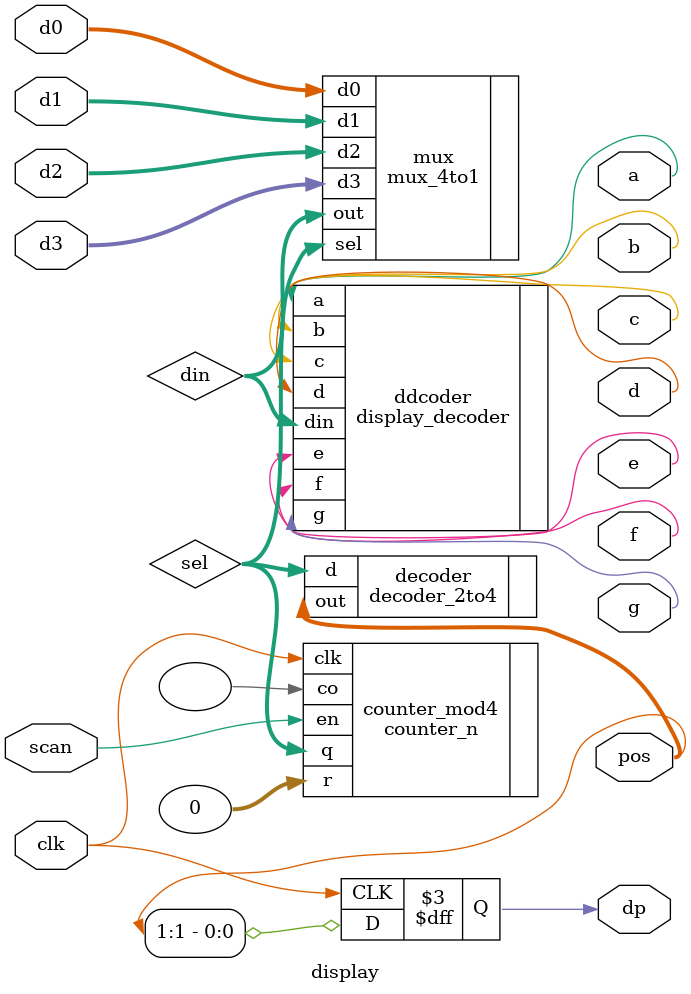
<source format=v>
module display(
  input [3:0] d0,
  input [3:0] d1,
  input [3:0] d2,
  input [3:0] d3,
  input scan, clk,
  output a, b, c, d, e, f, g,
  output reg dp,
  output [3:0] pos
);

always @ (posedge clk) begin
  dp <= pos[1];
end

wire [1:0] sel;
wire [3:0] din;

counter_n   #(.n(4), .counter_bits(2)) counter_mod4(.clk(clk), .r(0), .en(scan), .co(), .q(sel));

decoder_2to4 decoder(.d(sel), .out(pos));

mux_4to1     mux(.d0(d0), .d1(d1), .d2(d2), .d3(d3), .sel(sel), .out(din));

display_decoder ddcoder(.din(din), .a(a), .b(b), .c(c), .d(d), .e(e), .f(f), .g(g));

endmodule
</source>
